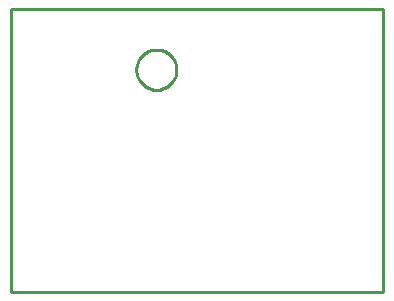
<source format=gbr>
G04 EAGLE Gerber RS-274X export*
G75*
%MOMM*%
%FSLAX34Y34*%
%LPD*%
%IN*%
%IPPOS*%
%AMOC8*
5,1,8,0,0,1.08239X$1,22.5*%
G01*
%ADD10C,0.254000*%


D10*
X0Y0D02*
X315000Y0D01*
X315000Y240000D01*
X0Y240000D01*
X0Y0D01*
X140200Y187943D02*
X140127Y186833D01*
X139982Y185729D01*
X139765Y184638D01*
X139477Y183563D01*
X139119Y182509D01*
X138693Y181480D01*
X138201Y180482D01*
X137644Y179518D01*
X137026Y178593D01*
X136348Y177710D01*
X135614Y176873D01*
X134827Y176086D01*
X133990Y175352D01*
X133107Y174674D01*
X132182Y174056D01*
X131218Y173499D01*
X130220Y173007D01*
X129191Y172581D01*
X128137Y172223D01*
X127062Y171935D01*
X125971Y171718D01*
X124867Y171573D01*
X123757Y171500D01*
X122643Y171500D01*
X121533Y171573D01*
X120429Y171718D01*
X119338Y171935D01*
X118263Y172223D01*
X117209Y172581D01*
X116180Y173007D01*
X115182Y173499D01*
X114218Y174056D01*
X113293Y174674D01*
X112410Y175352D01*
X111573Y176086D01*
X110786Y176873D01*
X110052Y177710D01*
X109374Y178593D01*
X108756Y179518D01*
X108199Y180482D01*
X107707Y181480D01*
X107281Y182509D01*
X106923Y183563D01*
X106635Y184638D01*
X106418Y185729D01*
X106273Y186833D01*
X106200Y187943D01*
X106200Y189057D01*
X106273Y190167D01*
X106418Y191271D01*
X106635Y192362D01*
X106923Y193437D01*
X107281Y194491D01*
X107707Y195520D01*
X108199Y196518D01*
X108756Y197482D01*
X109374Y198407D01*
X110052Y199290D01*
X110786Y200127D01*
X111573Y200914D01*
X112410Y201648D01*
X113293Y202326D01*
X114218Y202944D01*
X115182Y203501D01*
X116180Y203993D01*
X117209Y204419D01*
X118263Y204777D01*
X119338Y205065D01*
X120429Y205282D01*
X121533Y205427D01*
X122643Y205500D01*
X123757Y205500D01*
X124867Y205427D01*
X125971Y205282D01*
X127062Y205065D01*
X128137Y204777D01*
X129191Y204419D01*
X130220Y203993D01*
X131218Y203501D01*
X132182Y202944D01*
X133107Y202326D01*
X133990Y201648D01*
X134827Y200914D01*
X135614Y200127D01*
X136348Y199290D01*
X137026Y198407D01*
X137644Y197482D01*
X138201Y196518D01*
X138693Y195520D01*
X139119Y194491D01*
X139477Y193437D01*
X139765Y192362D01*
X139982Y191271D01*
X140127Y190167D01*
X140200Y189057D01*
X140200Y187943D01*
M02*

</source>
